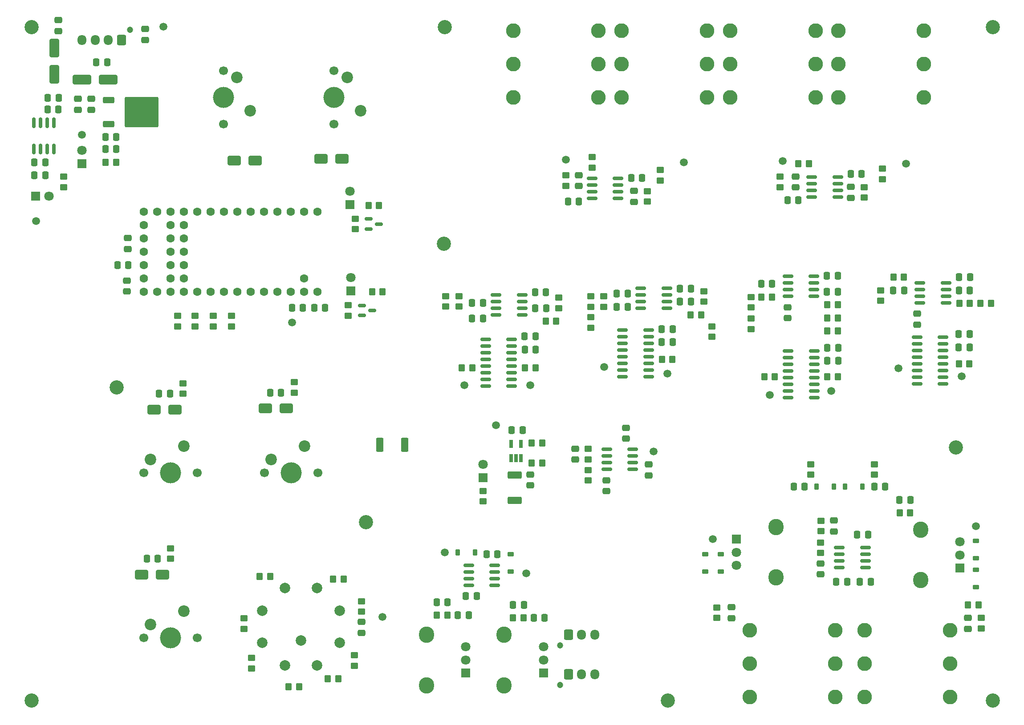
<source format=gbr>
%TF.GenerationSoftware,KiCad,Pcbnew,7.0.8*%
%TF.CreationDate,2024-03-08T11:10:07-05:00*%
%TF.ProjectId,Quad Joystick Mixer,51756164-204a-46f7-9973-7469636b204d,rev?*%
%TF.SameCoordinates,Original*%
%TF.FileFunction,Soldermask,Top*%
%TF.FilePolarity,Negative*%
%FSLAX46Y46*%
G04 Gerber Fmt 4.6, Leading zero omitted, Abs format (unit mm)*
G04 Created by KiCad (PCBNEW 7.0.8) date 2024-03-08 11:10:07*
%MOMM*%
%LPD*%
G01*
G04 APERTURE LIST*
G04 Aperture macros list*
%AMRoundRect*
0 Rectangle with rounded corners*
0 $1 Rounding radius*
0 $2 $3 $4 $5 $6 $7 $8 $9 X,Y pos of 4 corners*
0 Add a 4 corners polygon primitive as box body*
4,1,4,$2,$3,$4,$5,$6,$7,$8,$9,$2,$3,0*
0 Add four circle primitives for the rounded corners*
1,1,$1+$1,$2,$3*
1,1,$1+$1,$4,$5*
1,1,$1+$1,$6,$7*
1,1,$1+$1,$8,$9*
0 Add four rect primitives between the rounded corners*
20,1,$1+$1,$2,$3,$4,$5,0*
20,1,$1+$1,$4,$5,$6,$7,0*
20,1,$1+$1,$6,$7,$8,$9,0*
20,1,$1+$1,$8,$9,$2,$3,0*%
G04 Aperture macros list end*
%ADD10C,1.500000*%
%ADD11R,0.650000X1.560000*%
%ADD12RoundRect,0.250000X-0.337500X-0.475000X0.337500X-0.475000X0.337500X0.475000X-0.337500X0.475000X0*%
%ADD13RoundRect,0.250000X0.337500X0.475000X-0.337500X0.475000X-0.337500X-0.475000X0.337500X-0.475000X0*%
%ADD14RoundRect,0.250000X0.450000X-0.350000X0.450000X0.350000X-0.450000X0.350000X-0.450000X-0.350000X0*%
%ADD15RoundRect,0.250000X-0.475000X0.337500X-0.475000X-0.337500X0.475000X-0.337500X0.475000X0.337500X0*%
%ADD16RoundRect,0.250000X-0.350000X-0.450000X0.350000X-0.450000X0.350000X0.450000X-0.350000X0.450000X0*%
%ADD17RoundRect,0.250000X0.475000X-0.337500X0.475000X0.337500X-0.475000X0.337500X-0.475000X-0.337500X0*%
%ADD18C,2.800000*%
%ADD19RoundRect,0.225000X0.375000X-0.225000X0.375000X0.225000X-0.375000X0.225000X-0.375000X-0.225000X0*%
%ADD20RoundRect,0.250000X-0.450000X0.350000X-0.450000X-0.350000X0.450000X-0.350000X0.450000X0.350000X0*%
%ADD21R,1.800000X1.800000*%
%ADD22C,1.800000*%
%ADD23RoundRect,0.250000X1.000000X0.650000X-1.000000X0.650000X-1.000000X-0.650000X1.000000X-0.650000X0*%
%ADD24RoundRect,0.150000X-0.825000X-0.150000X0.825000X-0.150000X0.825000X0.150000X-0.825000X0.150000X0*%
%ADD25C,1.200000*%
%ADD26RoundRect,0.250000X0.600000X0.725000X-0.600000X0.725000X-0.600000X-0.725000X0.600000X-0.725000X0*%
%ADD27O,1.700000X1.950000*%
%ADD28RoundRect,0.250000X0.350000X0.450000X-0.350000X0.450000X-0.350000X-0.450000X0.350000X-0.450000X0*%
%ADD29C,1.700000*%
%ADD30C,4.000000*%
%ADD31C,2.200000*%
%ADD32O,2.900000X3.100000*%
%ADD33RoundRect,0.250000X-0.850000X-0.350000X0.850000X-0.350000X0.850000X0.350000X-0.850000X0.350000X0*%
%ADD34RoundRect,0.249997X-2.950003X-2.650003X2.950003X-2.650003X2.950003X2.650003X-2.950003X2.650003X0*%
%ADD35RoundRect,0.250000X-0.650000X1.500000X-0.650000X-1.500000X0.650000X-1.500000X0.650000X1.500000X0*%
%ADD36C,2.700000*%
%ADD37RoundRect,0.150000X0.150000X-0.825000X0.150000X0.825000X-0.150000X0.825000X-0.150000X-0.825000X0*%
%ADD38RoundRect,0.250000X-0.600000X-0.725000X0.600000X-0.725000X0.600000X0.725000X-0.600000X0.725000X0*%
%ADD39RoundRect,0.225000X-0.225000X-0.375000X0.225000X-0.375000X0.225000X0.375000X-0.225000X0.375000X0*%
%ADD40C,2.000000*%
%ADD41RoundRect,0.225000X0.225000X0.375000X-0.225000X0.375000X-0.225000X-0.375000X0.225000X-0.375000X0*%
%ADD42RoundRect,0.250000X1.500000X0.650000X-1.500000X0.650000X-1.500000X-0.650000X1.500000X-0.650000X0*%
%ADD43RoundRect,0.150000X-0.587500X-0.150000X0.587500X-0.150000X0.587500X0.150000X-0.587500X0.150000X0*%
%ADD44RoundRect,0.249999X-0.450001X-1.075001X0.450001X-1.075001X0.450001X1.075001X-0.450001X1.075001X0*%
%ADD45RoundRect,0.249999X-1.075001X0.450001X-1.075001X-0.450001X1.075001X-0.450001X1.075001X0.450001X0*%
%ADD46RoundRect,0.225000X-0.375000X0.225000X-0.375000X-0.225000X0.375000X-0.225000X0.375000X0.225000X0*%
%ADD47C,1.600000*%
G04 APERTURE END LIST*
D10*
%TO.C,TP4*%
X85500000Y-32750000D03*
%TD*%
D11*
%TO.C,U5*%
X151568750Y-114839850D03*
X152518750Y-114839850D03*
X153468750Y-114839850D03*
X153468750Y-112139850D03*
X151568750Y-112139850D03*
%TD*%
D12*
%TO.C,C72*%
X142976250Y-141126250D03*
X145051250Y-141126250D03*
%TD*%
D10*
%TO.C,TP16*%
X161988750Y-58011250D03*
%TD*%
D13*
%TO.C,C73*%
X157988750Y-145261250D03*
X155913750Y-145261250D03*
%TD*%
D14*
%TO.C,R81*%
X120651250Y-87711250D03*
X120651250Y-85711250D03*
%TD*%
D15*
%TO.C,C69*%
X228851250Y-87338750D03*
X228851250Y-89413750D03*
%TD*%
D10*
%TO.C,TP19*%
X203238750Y-58261250D03*
%TD*%
D13*
%TO.C,C71*%
X149013750Y-133126250D03*
X146938750Y-133126250D03*
%TD*%
D16*
%TO.C,R77*%
X117767750Y-137851650D03*
X119767750Y-137851650D03*
%TD*%
D17*
%TO.C,C52*%
X205738750Y-63298750D03*
X205738750Y-61223750D03*
%TD*%
D18*
%TO.C,J4*%
X152013750Y-39859850D03*
X168243750Y-39859850D03*
X152013750Y-33509850D03*
X168243750Y-33509850D03*
X152013750Y-46209850D03*
X168243750Y-46209850D03*
%TD*%
D17*
%TO.C,C3*%
X82000000Y-35250000D03*
X82000000Y-33175000D03*
%TD*%
D19*
%TO.C,D12*%
X191488750Y-136411250D03*
X191488750Y-133111250D03*
%TD*%
D15*
%TO.C,C25*%
X213023750Y-126723750D03*
X213023750Y-128798750D03*
%TD*%
D20*
%TO.C,R30*%
X141701250Y-84000000D03*
X141701250Y-86000000D03*
%TD*%
D13*
%TO.C,C54*%
X206238750Y-65761250D03*
X204163750Y-65761250D03*
%TD*%
D21*
%TO.C,D11*%
X146268750Y-118589850D03*
D22*
X146268750Y-116049850D03*
%TD*%
D16*
%TO.C,R21*%
X155518750Y-115739850D03*
X157518750Y-115739850D03*
%TD*%
D13*
%TO.C,C29*%
X220001250Y-138396250D03*
X217926250Y-138396250D03*
%TD*%
D23*
%TO.C,D22*%
X108840000Y-105395000D03*
X104840000Y-105395000D03*
%TD*%
D18*
%TO.C,J3*%
X235103750Y-153912650D03*
X218873750Y-153912650D03*
X235103750Y-160262650D03*
X218873750Y-160262650D03*
X235103750Y-147562650D03*
X218873750Y-147562650D03*
%TD*%
D24*
%TO.C,U19*%
X143538750Y-135221250D03*
X143538750Y-136491250D03*
X143538750Y-137761250D03*
X143538750Y-139031250D03*
X148488750Y-139031250D03*
X148488750Y-137761250D03*
X148488750Y-136491250D03*
X148488750Y-135221250D03*
%TD*%
D21*
%TO.C,D7*%
X70000000Y-58775000D03*
D22*
X70000000Y-56235000D03*
%TD*%
D25*
%TO.C,J1*%
X79100000Y-33275000D03*
D26*
X77500000Y-35275000D03*
D27*
X75000000Y-35275000D03*
X72500000Y-35275000D03*
X70000000Y-35275000D03*
%TD*%
D21*
%TO.C,D21*%
X121151250Y-82986250D03*
D22*
X121151250Y-80446250D03*
%TD*%
D20*
%TO.C,R15*%
X210463750Y-130896250D03*
X210463750Y-132896250D03*
%TD*%
%TO.C,R48*%
X220723750Y-116011250D03*
X220723750Y-118011250D03*
%TD*%
D12*
%TO.C,C39*%
X154226250Y-94146250D03*
X156301250Y-94146250D03*
%TD*%
D16*
%TO.C,R63*%
X116767750Y-156851650D03*
X118767750Y-156851650D03*
%TD*%
D15*
%TO.C,C80*%
X78710057Y-72946730D03*
X78710057Y-75021730D03*
%TD*%
D28*
%TO.C,R22*%
X157518750Y-111989850D03*
X155518750Y-111989850D03*
%TD*%
D29*
%TO.C,SW6*%
X117920000Y-41130000D03*
D30*
X117920000Y-46210000D03*
D29*
X117920000Y-51290000D03*
D31*
X123000000Y-48750000D03*
X120460000Y-42400000D03*
%TD*%
D18*
%TO.C,J5*%
X172633750Y-39859850D03*
X188863750Y-39859850D03*
X172633750Y-33509850D03*
X188863750Y-33509850D03*
X172633750Y-46209850D03*
X188863750Y-46209850D03*
%TD*%
D32*
%TO.C,RV2*%
X229488750Y-138061250D03*
X229488750Y-128461250D03*
D21*
X236988750Y-135761250D03*
D22*
X236988750Y-133261250D03*
X236988750Y-130761250D03*
%TD*%
D20*
%TO.C,R19*%
X240988750Y-145261250D03*
X240988750Y-147261250D03*
%TD*%
D28*
%TO.C,R53*%
X238851250Y-85376250D03*
X236851250Y-85376250D03*
%TD*%
D12*
%TO.C,C46*%
X183738750Y-85051250D03*
X185813750Y-85051250D03*
%TD*%
D33*
%TO.C,U1*%
X75050000Y-46720000D03*
D34*
X81350000Y-49000000D03*
D33*
X75050000Y-51280000D03*
%TD*%
D29*
%TO.C,SW3*%
X104720000Y-117630000D03*
D30*
X109800000Y-117630000D03*
D29*
X114880000Y-117630000D03*
D31*
X112340000Y-112550000D03*
X105990000Y-115090000D03*
%TD*%
D16*
%TO.C,R51*%
X236763750Y-96876250D03*
X238763750Y-96876250D03*
%TD*%
D20*
%TO.C,R23*%
X166268750Y-117089850D03*
X166268750Y-119089850D03*
%TD*%
D35*
%TO.C,D5*%
X64750000Y-36750000D03*
X64750000Y-41750000D03*
%TD*%
D10*
%TO.C,TP13*%
X200763750Y-102836250D03*
%TD*%
D19*
%TO.C,D19*%
X151488750Y-136411250D03*
X151488750Y-133111250D03*
%TD*%
D15*
%TO.C,C81*%
X123158750Y-146025150D03*
X123158750Y-148100150D03*
%TD*%
D12*
%TO.C,C8*%
X183701250Y-82551250D03*
X185776250Y-82551250D03*
%TD*%
D14*
%TO.C,R84*%
X86810000Y-134005000D03*
X86810000Y-132005000D03*
%TD*%
D16*
%TO.C,R59*%
X211763750Y-99336250D03*
X213763750Y-99336250D03*
%TD*%
D14*
%TO.C,R66*%
X98460057Y-89734230D03*
X98460057Y-87734230D03*
%TD*%
D36*
%TO.C,REF\u002A\u002A*%
X243200000Y-32800000D03*
%TD*%
D37*
%TO.C,U2*%
X60845000Y-55975000D03*
X62115000Y-55975000D03*
X63385000Y-55975000D03*
X64655000Y-55975000D03*
X64655000Y-51025000D03*
X63385000Y-51025000D03*
X62115000Y-51025000D03*
X60845000Y-51025000D03*
%TD*%
D12*
%TO.C,C11*%
X60962500Y-58500000D03*
X63037500Y-58500000D03*
%TD*%
D13*
%TO.C,C9*%
X173776250Y-86051250D03*
X171701250Y-86051250D03*
%TD*%
D16*
%TO.C,R50*%
X224313750Y-80376250D03*
X226313750Y-80376250D03*
%TD*%
D12*
%TO.C,C62*%
X211726250Y-96336250D03*
X213801250Y-96336250D03*
%TD*%
D16*
%TO.C,R17*%
X225488750Y-125261250D03*
X227488750Y-125261250D03*
%TD*%
D29*
%TO.C,SW4*%
X81730000Y-117630000D03*
D30*
X86810000Y-117630000D03*
D29*
X91890000Y-117630000D03*
D31*
X89350000Y-112550000D03*
X83000000Y-115090000D03*
%TD*%
D12*
%TO.C,C41*%
X156163750Y-83281250D03*
X158238750Y-83281250D03*
%TD*%
D18*
%TO.C,J6*%
X193253750Y-39859850D03*
X209483750Y-39859850D03*
X193253750Y-33509850D03*
X209483750Y-33509850D03*
X193253750Y-46209850D03*
X209483750Y-46209850D03*
%TD*%
D12*
%TO.C,C4*%
X72712500Y-39500000D03*
X74787500Y-39500000D03*
%TD*%
D16*
%TO.C,R73*%
X109267750Y-158351650D03*
X111267750Y-158351650D03*
%TD*%
D24*
%TO.C,U16*%
X204238750Y-80241250D03*
X204238750Y-81511250D03*
X204238750Y-82781250D03*
X204238750Y-84051250D03*
X209188750Y-84051250D03*
X209188750Y-82781250D03*
X209188750Y-81511250D03*
X209188750Y-80241250D03*
%TD*%
D28*
%TO.C,R64*%
X139488750Y-144761250D03*
X137488750Y-144761250D03*
%TD*%
D16*
%TO.C,R9*%
X74500000Y-58500000D03*
X76500000Y-58500000D03*
%TD*%
D25*
%TO.C,J9*%
X160900000Y-150475000D03*
D38*
X162500000Y-148475000D03*
D27*
X165000000Y-148475000D03*
X167500000Y-148475000D03*
%TD*%
D15*
%TO.C,C33*%
X155268750Y-117952350D03*
X155268750Y-120027350D03*
%TD*%
D12*
%TO.C,C66*%
X211676250Y-83146250D03*
X213751250Y-83146250D03*
%TD*%
%TO.C,C10*%
X60962500Y-61000000D03*
X63037500Y-61000000D03*
%TD*%
D36*
%TO.C,REF\u002A\u002A*%
X138800000Y-74000000D03*
%TD*%
%TO.C,REF\u002A\u002A*%
X124000000Y-127000000D03*
%TD*%
D20*
%TO.C,R37*%
X202738750Y-61261250D03*
X202738750Y-63261250D03*
%TD*%
D12*
%TO.C,C67*%
X236813750Y-80376250D03*
X238888750Y-80376250D03*
%TD*%
D13*
%TO.C,C42*%
X146238750Y-88281250D03*
X144163750Y-88281250D03*
%TD*%
D12*
%TO.C,C78*%
X109922557Y-86234230D03*
X111997557Y-86234230D03*
%TD*%
D39*
%TO.C,D16*%
X209723750Y-120261250D03*
X213023750Y-120261250D03*
%TD*%
D40*
%TO.C,SW2*%
X119049750Y-149973650D03*
X114719750Y-154303650D03*
X108597750Y-154303650D03*
X104267750Y-149973650D03*
X104267750Y-143851650D03*
X108597750Y-139521650D03*
X114719750Y-139521650D03*
X119049750Y-143851650D03*
X111658750Y-149562650D03*
%TD*%
D41*
%TO.C,D17*%
X218373750Y-120261250D03*
X215073750Y-120261250D03*
%TD*%
D24*
%TO.C,U9*%
X146751250Y-92201250D03*
X146751250Y-93471250D03*
X146751250Y-94741250D03*
X146751250Y-96011250D03*
X146751250Y-97281250D03*
X146751250Y-98551250D03*
X146751250Y-99821250D03*
X146751250Y-101091250D03*
X151701250Y-101091250D03*
X151701250Y-99821250D03*
X151701250Y-98551250D03*
X151701250Y-97281250D03*
X151701250Y-96011250D03*
X151701250Y-94741250D03*
X151701250Y-93471250D03*
X151701250Y-92201250D03*
%TD*%
D39*
%TO.C,D18*%
X141488750Y-132761250D03*
X144788750Y-132761250D03*
%TD*%
D23*
%TO.C,D26*%
X102920000Y-58210000D03*
X98920000Y-58210000D03*
%TD*%
D24*
%TO.C,U6*%
X176288750Y-82511250D03*
X176288750Y-83781250D03*
X176288750Y-85051250D03*
X176288750Y-86321250D03*
X181238750Y-86321250D03*
X181238750Y-85051250D03*
X181238750Y-83781250D03*
X181238750Y-82511250D03*
%TD*%
D12*
%TO.C,C48*%
X156201250Y-86281250D03*
X158276250Y-86281250D03*
%TD*%
D24*
%TO.C,U17*%
X204288750Y-94391250D03*
X204288750Y-95661250D03*
X204288750Y-96931250D03*
X204288750Y-98201250D03*
X204288750Y-99471250D03*
X204288750Y-100741250D03*
X204288750Y-102011250D03*
X204288750Y-103281250D03*
X209238750Y-103281250D03*
X209238750Y-102011250D03*
X209238750Y-100741250D03*
X209238750Y-99471250D03*
X209238750Y-98201250D03*
X209238750Y-96931250D03*
X209238750Y-95661250D03*
X209238750Y-94391250D03*
%TD*%
D17*
%TO.C,C16*%
X173488750Y-111127350D03*
X173488750Y-109052350D03*
%TD*%
D12*
%TO.C,C15*%
X63500000Y-46250000D03*
X65575000Y-46250000D03*
%TD*%
D20*
%TO.C,R28*%
X169238750Y-84051250D03*
X169238750Y-86051250D03*
%TD*%
D14*
%TO.C,R87*%
X197238750Y-90261250D03*
X197238750Y-88261250D03*
%TD*%
D13*
%TO.C,C82*%
X107877500Y-102395000D03*
X105802500Y-102395000D03*
%TD*%
D28*
%TO.C,R76*%
X105767750Y-137351650D03*
X103767750Y-137351650D03*
%TD*%
D12*
%TO.C,C37*%
X205336250Y-120261250D03*
X207411250Y-120261250D03*
%TD*%
D14*
%TO.C,R68*%
X91460057Y-89734230D03*
X91460057Y-87734230D03*
%TD*%
D23*
%TO.C,D24*%
X85310000Y-137005000D03*
X81310000Y-137005000D03*
%TD*%
D20*
%TO.C,R62*%
X121767750Y-152351650D03*
X121767750Y-154351650D03*
%TD*%
D14*
%TO.C,R82*%
X110340000Y-102395000D03*
X110340000Y-100395000D03*
%TD*%
D10*
%TO.C,TP5*%
X148768750Y-108589850D03*
%TD*%
D17*
%TO.C,C51*%
X216238750Y-65298750D03*
X216238750Y-63223750D03*
%TD*%
D15*
%TO.C,C26*%
X210463750Y-134896250D03*
X210463750Y-136971250D03*
%TD*%
D10*
%TO.C,TP3*%
X61250000Y-69750000D03*
%TD*%
D32*
%TO.C,RV1*%
X201988750Y-127961250D03*
X201988750Y-137561250D03*
D21*
X194488750Y-130261250D03*
D22*
X194488750Y-132761250D03*
X194488750Y-135261250D03*
%TD*%
D10*
%TO.C,TP18*%
X226738750Y-58761250D03*
%TD*%
D32*
%TO.C,RV4*%
X150288750Y-158061250D03*
X150288750Y-148461250D03*
D21*
X157788750Y-155761250D03*
D22*
X157788750Y-153261250D03*
X157788750Y-150761250D03*
%TD*%
D23*
%TO.C,D25*%
X119420000Y-57880000D03*
X115420000Y-57880000D03*
%TD*%
D10*
%TO.C,TP21*%
X154488750Y-136761250D03*
%TD*%
%TO.C,TP1*%
X109960057Y-88984230D03*
%TD*%
D36*
%TO.C,REF\u002A\u002A*%
X181400000Y-161000000D03*
%TD*%
D14*
%TO.C,R88*%
X189788750Y-91741250D03*
X189788750Y-89741250D03*
%TD*%
D15*
%TO.C,C36*%
X169768750Y-119052350D03*
X169768750Y-121127350D03*
%TD*%
D13*
%TO.C,C58*%
X226351250Y-82876250D03*
X224276250Y-82876250D03*
%TD*%
%TO.C,C45*%
X173776250Y-83551250D03*
X171701250Y-83551250D03*
%TD*%
D16*
%TO.C,R39*%
X206238750Y-58761250D03*
X208238750Y-58761250D03*
%TD*%
D24*
%TO.C,U12*%
X208763750Y-61356250D03*
X208763750Y-62626250D03*
X208763750Y-63896250D03*
X208763750Y-65166250D03*
X213713750Y-65166250D03*
X213713750Y-63896250D03*
X213713750Y-62626250D03*
X213713750Y-61356250D03*
%TD*%
D12*
%TO.C,C27*%
X225451250Y-122761250D03*
X227526250Y-122761250D03*
%TD*%
D29*
%TO.C,SW7*%
X96920000Y-41130000D03*
D30*
X96920000Y-46210000D03*
D29*
X96920000Y-51290000D03*
D31*
X102000000Y-48750000D03*
X99460000Y-42400000D03*
%TD*%
D10*
%TO.C,TP6*%
X189988750Y-130261250D03*
%TD*%
D36*
%TO.C,REF\u002A\u002A*%
X236200000Y-112800000D03*
%TD*%
D20*
%TO.C,R8*%
X166268750Y-113089850D03*
X166268750Y-115089850D03*
%TD*%
%TO.C,R35*%
X179988750Y-60011250D03*
X179988750Y-62011250D03*
%TD*%
%TO.C,R72*%
X123158750Y-142062650D03*
X123158750Y-144062650D03*
%TD*%
D12*
%TO.C,C40*%
X154188750Y-91646250D03*
X156263750Y-91646250D03*
%TD*%
D14*
%TO.C,R85*%
X166738750Y-90011250D03*
X166738750Y-88011250D03*
%TD*%
D24*
%TO.C,U8*%
X172788750Y-90471250D03*
X172788750Y-91741250D03*
X172788750Y-93011250D03*
X172788750Y-94281250D03*
X172788750Y-95551250D03*
X172788750Y-96821250D03*
X172788750Y-98091250D03*
X172788750Y-99361250D03*
X177738750Y-99361250D03*
X177738750Y-98091250D03*
X177738750Y-96821250D03*
X177738750Y-95551250D03*
X177738750Y-94281250D03*
X177738750Y-93011250D03*
X177738750Y-91741250D03*
X177738750Y-90471250D03*
%TD*%
D28*
%TO.C,R61*%
X213713750Y-85646250D03*
X211713750Y-85646250D03*
%TD*%
D10*
%TO.C,TP9*%
X225288750Y-97741250D03*
%TD*%
D12*
%TO.C,C53*%
X216201250Y-60761250D03*
X218276250Y-60761250D03*
%TD*%
D24*
%TO.C,U7*%
X169793750Y-113184850D03*
X169793750Y-114454850D03*
X169793750Y-115724850D03*
X169793750Y-116994850D03*
X174743750Y-116994850D03*
X174743750Y-115724850D03*
X174743750Y-114454850D03*
X174743750Y-113184850D03*
%TD*%
D10*
%TO.C,TP17*%
X184488750Y-58511250D03*
%TD*%
D16*
%TO.C,R26*%
X154226250Y-97646250D03*
X156226250Y-97646250D03*
%TD*%
D10*
%TO.C,TP2*%
X70000000Y-53250000D03*
%TD*%
D17*
%TO.C,C49*%
X164488750Y-63048750D03*
X164488750Y-60973750D03*
%TD*%
D20*
%TO.C,R34*%
X166988750Y-57511250D03*
X166988750Y-59511250D03*
%TD*%
D16*
%TO.C,R60*%
X211713750Y-88146250D03*
X213713750Y-88146250D03*
%TD*%
D12*
%TO.C,C2*%
X74462500Y-53750000D03*
X76537500Y-53750000D03*
%TD*%
D14*
%TO.C,R44*%
X166738750Y-86051250D03*
X166738750Y-84051250D03*
%TD*%
D42*
%TO.C,D1*%
X75000000Y-42750000D03*
X70000000Y-42750000D03*
%TD*%
D43*
%TO.C,Q1*%
X124551250Y-69311250D03*
X124551250Y-71211250D03*
X126426250Y-70261250D03*
%TD*%
D20*
%TO.C,R36*%
X218738750Y-63261250D03*
X218738750Y-65261250D03*
%TD*%
%TO.C,R74*%
X102267750Y-152851650D03*
X102267750Y-154851650D03*
%TD*%
D36*
%TO.C,REF\u002A\u002A*%
X60400000Y-32800000D03*
%TD*%
D17*
%TO.C,C24*%
X193488750Y-145298750D03*
X193488750Y-143223750D03*
%TD*%
D20*
%TO.C,R3*%
X146268750Y-121089850D03*
X146268750Y-123089850D03*
%TD*%
%TO.C,R24*%
X208623750Y-116011250D03*
X208623750Y-118011250D03*
%TD*%
D24*
%TO.C,U13*%
X228813750Y-91796250D03*
X228813750Y-93066250D03*
X228813750Y-94336250D03*
X228813750Y-95606250D03*
X228813750Y-96876250D03*
X228813750Y-98146250D03*
X228813750Y-99416250D03*
X228813750Y-100686250D03*
X233763750Y-100686250D03*
X233763750Y-99416250D03*
X233763750Y-98146250D03*
X233763750Y-96876250D03*
X233763750Y-95606250D03*
X233763750Y-94336250D03*
X233763750Y-93066250D03*
X233763750Y-91796250D03*
%TD*%
D10*
%TO.C,TP22*%
X127158750Y-145062650D03*
%TD*%
D36*
%TO.C,REF\u002A\u002A*%
X139000000Y-32800000D03*
%TD*%
D14*
%TO.C,R83*%
X89175000Y-102590000D03*
X89175000Y-100590000D03*
%TD*%
D28*
%TO.C,R65*%
X153988750Y-145261250D03*
X151988750Y-145261250D03*
%TD*%
D44*
%TO.C,R40*%
X126600000Y-112314850D03*
X131400000Y-112314850D03*
%TD*%
D16*
%TO.C,R56*%
X199763750Y-99336250D03*
X201763750Y-99336250D03*
%TD*%
D17*
%TO.C,C28*%
X238488750Y-147336250D03*
X238488750Y-145261250D03*
%TD*%
D25*
%TO.C,J8*%
X160900000Y-158000000D03*
D38*
X162500000Y-156000000D03*
D27*
X165000000Y-156000000D03*
X167500000Y-156000000D03*
%TD*%
D14*
%TO.C,R11*%
X66500000Y-63250000D03*
X66500000Y-61250000D03*
%TD*%
D13*
%TO.C,C83*%
X86712500Y-102590000D03*
X84637500Y-102590000D03*
%TD*%
D16*
%TO.C,R58*%
X199213750Y-84146250D03*
X201213750Y-84146250D03*
%TD*%
D12*
%TO.C,C75*%
X137451250Y-142261250D03*
X139526250Y-142261250D03*
%TD*%
D19*
%TO.C,D13*%
X188488750Y-136411250D03*
X188488750Y-133111250D03*
%TD*%
D10*
%TO.C,TP14*%
X155251250Y-100971250D03*
%TD*%
D17*
%TO.C,C12*%
X65500000Y-33537500D03*
X65500000Y-31462500D03*
%TD*%
D13*
%TO.C,C55*%
X222761250Y-120261250D03*
X220686250Y-120261250D03*
%TD*%
D15*
%TO.C,C6*%
X69250000Y-46462500D03*
X69250000Y-48537500D03*
%TD*%
D14*
%TO.C,R79*%
X121988750Y-71261250D03*
X121988750Y-69261250D03*
%TD*%
D13*
%TO.C,C74*%
X143526250Y-144761250D03*
X141451250Y-144761250D03*
%TD*%
D12*
%TO.C,C1*%
X74462500Y-56000000D03*
X76537500Y-56000000D03*
%TD*%
D16*
%TO.C,R27*%
X142226250Y-97646250D03*
X144226250Y-97646250D03*
%TD*%
D20*
%TO.C,R32*%
X177488750Y-64011250D03*
X177488750Y-66011250D03*
%TD*%
D14*
%TO.C,R57*%
X197213750Y-86146250D03*
X197213750Y-84146250D03*
%TD*%
D13*
%TO.C,C44*%
X164488750Y-66011250D03*
X162413750Y-66011250D03*
%TD*%
D32*
%TO.C,RV3*%
X135488750Y-158061250D03*
X135488750Y-148461250D03*
D21*
X142988750Y-155761250D03*
D22*
X142988750Y-153261250D03*
X142988750Y-150761250D03*
%TD*%
D12*
%TO.C,C57*%
X236726250Y-91241250D03*
X238801250Y-91241250D03*
%TD*%
D36*
%TO.C,REF\u002A\u002A*%
X243200000Y-161000000D03*
%TD*%
D28*
%TO.C,R18*%
X240488750Y-142761250D03*
X238488750Y-142761250D03*
%TD*%
D24*
%TO.C,U10*%
X148751250Y-83741250D03*
X148751250Y-85011250D03*
X148751250Y-86281250D03*
X148751250Y-87551250D03*
X153701250Y-87551250D03*
X153701250Y-86281250D03*
X153701250Y-85011250D03*
X153701250Y-83741250D03*
%TD*%
D14*
%TO.C,R49*%
X221851250Y-84876250D03*
X221851250Y-82876250D03*
%TD*%
%TO.C,R29*%
X188238750Y-85051250D03*
X188238750Y-83051250D03*
%TD*%
D10*
%TO.C,TP7*%
X239988750Y-127761250D03*
%TD*%
%TO.C,TP15*%
X212488750Y-102011250D03*
%TD*%
D15*
%TO.C,C34*%
X163768750Y-113052350D03*
X163768750Y-115127350D03*
%TD*%
D12*
%TO.C,C56*%
X236726250Y-93741250D03*
X238801250Y-93741250D03*
%TD*%
%TO.C,C38*%
X180251250Y-90281250D03*
X182326250Y-90281250D03*
%TD*%
%TO.C,C32*%
X151731250Y-109489850D03*
X153806250Y-109489850D03*
%TD*%
D29*
%TO.C,SW5*%
X81730000Y-149005000D03*
D30*
X86810000Y-149005000D03*
D29*
X91890000Y-149005000D03*
D31*
X89350000Y-143925000D03*
X83000000Y-146465000D03*
%TD*%
D10*
%TO.C,TP23*%
X178668750Y-113589850D03*
%TD*%
D17*
%TO.C,C50*%
X174988750Y-66048750D03*
X174988750Y-63973750D03*
%TD*%
D13*
%TO.C,C77*%
X116247557Y-86234230D03*
X114172557Y-86234230D03*
%TD*%
D18*
%TO.C,J7*%
X213873750Y-39859850D03*
X230103750Y-39859850D03*
X213873750Y-33509850D03*
X230103750Y-33509850D03*
X213873750Y-46209850D03*
X230103750Y-46209850D03*
%TD*%
D12*
%TO.C,C68*%
X211676250Y-80146250D03*
X213751250Y-80146250D03*
%TD*%
D10*
%TO.C,TP12*%
X142751250Y-100971250D03*
%TD*%
D15*
%TO.C,C70*%
X204213750Y-86108750D03*
X204213750Y-88183750D03*
%TD*%
D20*
%TO.C,R38*%
X222238750Y-59761250D03*
X222238750Y-61761250D03*
%TD*%
D21*
%TO.C,D9*%
X61225000Y-65000000D03*
D22*
X63765000Y-65000000D03*
%TD*%
D13*
%TO.C,C86*%
X78803750Y-78062650D03*
X76728750Y-78062650D03*
%TD*%
D18*
%TO.C,J2*%
X213238750Y-153912650D03*
X197008750Y-153912650D03*
X213238750Y-160262650D03*
X197008750Y-160262650D03*
X213238750Y-147562650D03*
X197008750Y-147562650D03*
%TD*%
D13*
%TO.C,C65*%
X201251250Y-81646250D03*
X199176250Y-81646250D03*
%TD*%
D12*
%TO.C,C13*%
X63462500Y-48500000D03*
X65537500Y-48500000D03*
%TD*%
D45*
%TO.C,R20*%
X152268750Y-118089850D03*
X152268750Y-122889850D03*
%TD*%
D28*
%TO.C,R52*%
X242851250Y-85376250D03*
X240851250Y-85376250D03*
%TD*%
D12*
%TO.C,C30*%
X213426250Y-138396250D03*
X215501250Y-138396250D03*
%TD*%
D28*
%TO.C,R80*%
X127151250Y-83211250D03*
X125151250Y-83211250D03*
%TD*%
D13*
%TO.C,C84*%
X84385000Y-134005000D03*
X82310000Y-134005000D03*
%TD*%
D28*
%TO.C,R45*%
X187738750Y-87551250D03*
X185738750Y-87551250D03*
%TD*%
D24*
%TO.C,U4*%
X214013750Y-131856250D03*
X214013750Y-133126250D03*
X214013750Y-134396250D03*
X214013750Y-135666250D03*
X218963750Y-135666250D03*
X218963750Y-134396250D03*
X218963750Y-133126250D03*
X218963750Y-131856250D03*
%TD*%
D20*
%TO.C,R33*%
X161988750Y-61011250D03*
X161988750Y-63011250D03*
%TD*%
%TO.C,R75*%
X100767750Y-145351650D03*
X100767750Y-147351650D03*
%TD*%
D10*
%TO.C,TP10*%
X181288750Y-98741250D03*
%TD*%
D28*
%TO.C,R78*%
X126488750Y-66761250D03*
X124488750Y-66761250D03*
%TD*%
D14*
%TO.C,R69*%
X88210057Y-89734230D03*
X88210057Y-87734230D03*
%TD*%
D13*
%TO.C,C47*%
X146238750Y-85281250D03*
X144163750Y-85281250D03*
%TD*%
D14*
%TO.C,R31*%
X160701250Y-86281250D03*
X160701250Y-84281250D03*
%TD*%
D16*
%TO.C,R25*%
X180288750Y-96011250D03*
X182288750Y-96011250D03*
%TD*%
D23*
%TO.C,D23*%
X87675000Y-105590000D03*
X83675000Y-105590000D03*
%TD*%
D24*
%TO.C,U14*%
X229338750Y-81471250D03*
X229338750Y-82741250D03*
X229338750Y-84011250D03*
X229338750Y-85281250D03*
X234288750Y-85281250D03*
X234288750Y-84011250D03*
X234288750Y-82741250D03*
X234288750Y-81471250D03*
%TD*%
D10*
%TO.C,TP11*%
X237288750Y-99241250D03*
%TD*%
D46*
%TO.C,D15*%
X239988750Y-136111250D03*
X239988750Y-139411250D03*
%TD*%
D20*
%TO.C,R14*%
X190738750Y-143261250D03*
X190738750Y-145261250D03*
%TD*%
D19*
%TO.C,D14*%
X239988750Y-133911250D03*
X239988750Y-130611250D03*
%TD*%
D43*
%TO.C,Q2*%
X123276250Y-85761250D03*
X123276250Y-87661250D03*
X125151250Y-86711250D03*
%TD*%
D28*
%TO.C,R47*%
X160201250Y-88781250D03*
X158201250Y-88781250D03*
%TD*%
D10*
%TO.C,TP8*%
X169288750Y-97511250D03*
%TD*%
D47*
%TO.C,U20*%
X114813750Y-67942650D03*
X112273750Y-67942650D03*
X109733750Y-67942650D03*
X107193750Y-67942650D03*
X104653750Y-67942650D03*
X102113750Y-67942650D03*
X99573750Y-67942650D03*
X97033750Y-67942650D03*
X94493750Y-67942650D03*
X91953750Y-67942650D03*
X89413750Y-67942650D03*
X86873750Y-67942650D03*
X84333750Y-67942650D03*
X81793750Y-67942650D03*
X81793750Y-70482650D03*
X81793750Y-73022650D03*
X81793750Y-75562650D03*
X81793750Y-78102650D03*
X81793750Y-80642650D03*
X81793750Y-83182650D03*
X84333750Y-83182650D03*
X86873750Y-83182650D03*
X89413750Y-83182650D03*
X91953750Y-83182650D03*
X94493750Y-83182650D03*
X97033750Y-83182650D03*
X99573750Y-83182650D03*
X102113750Y-83182650D03*
X104653750Y-83182650D03*
X107193750Y-83182650D03*
X109733750Y-83182650D03*
X112273750Y-83182650D03*
X114813750Y-83182650D03*
X112273750Y-80642650D03*
X86873750Y-80642650D03*
X89413750Y-80642650D03*
X86873750Y-78102650D03*
X89413750Y-78102650D03*
X86873750Y-75562650D03*
X89413750Y-75562650D03*
X86873750Y-73022650D03*
X89413750Y-73022650D03*
X86873750Y-70482650D03*
X89413750Y-70482650D03*
%TD*%
D10*
%TO.C,TP20*%
X138988750Y-132761250D03*
%TD*%
D14*
%TO.C,R46*%
X139201250Y-86000000D03*
X139201250Y-84000000D03*
%TD*%
D21*
%TO.C,D20*%
X120988750Y-66536250D03*
D22*
X120988750Y-63996250D03*
%TD*%
D15*
%TO.C,C60*%
X177768750Y-116052350D03*
X177768750Y-118127350D03*
%TD*%
D14*
%TO.C,R67*%
X94960057Y-89734230D03*
X94960057Y-87734230D03*
%TD*%
D28*
%TO.C,R86*%
X213713750Y-90646250D03*
X211713750Y-90646250D03*
%TD*%
D12*
%TO.C,C43*%
X174451250Y-61511250D03*
X176526250Y-61511250D03*
%TD*%
D15*
%TO.C,C85*%
X78553750Y-81025150D03*
X78553750Y-83100150D03*
%TD*%
D14*
%TO.C,R16*%
X210523750Y-128761250D03*
X210523750Y-126761250D03*
%TD*%
D15*
%TO.C,C5*%
X71750000Y-46462500D03*
X71750000Y-48537500D03*
%TD*%
D13*
%TO.C,C31*%
X219501250Y-129396250D03*
X217426250Y-129396250D03*
%TD*%
D12*
%TO.C,C63*%
X211726250Y-93836250D03*
X213801250Y-93836250D03*
%TD*%
%TO.C,C76*%
X151951250Y-142761250D03*
X154026250Y-142761250D03*
%TD*%
D36*
%TO.C,REF\u002A\u002A*%
X76600000Y-101400000D03*
%TD*%
D12*
%TO.C,C35*%
X180251250Y-92781250D03*
X182326250Y-92781250D03*
%TD*%
%TO.C,C59*%
X236776250Y-82876250D03*
X238851250Y-82876250D03*
%TD*%
D24*
%TO.C,U11*%
X167013750Y-61606250D03*
X167013750Y-62876250D03*
X167013750Y-64146250D03*
X167013750Y-65416250D03*
X171963750Y-65416250D03*
X171963750Y-64146250D03*
X171963750Y-62876250D03*
X171963750Y-61606250D03*
%TD*%
D36*
%TO.C,REF\u002A\u002A*%
X60400000Y-161000000D03*
%TD*%
M02*

</source>
